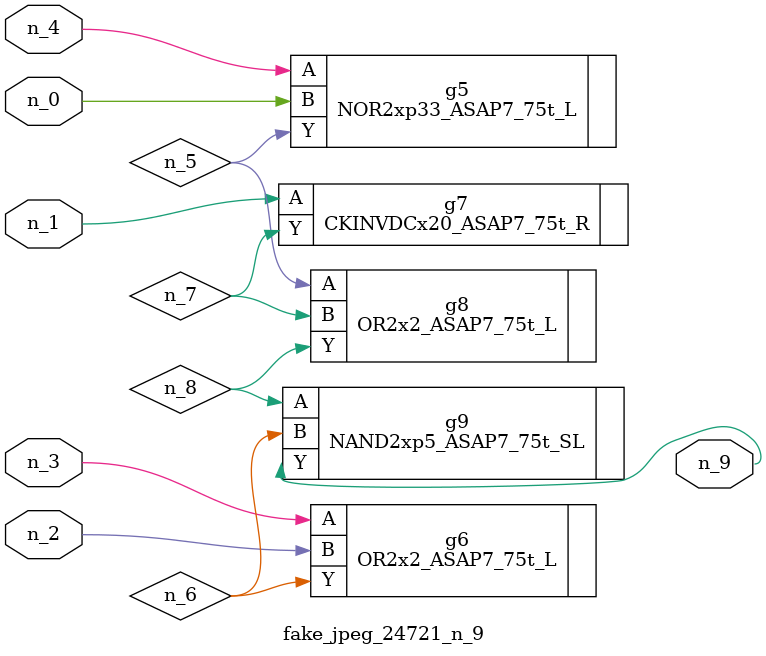
<source format=v>
module fake_jpeg_24721_n_9 (n_3, n_2, n_1, n_0, n_4, n_9);

input n_3;
input n_2;
input n_1;
input n_0;
input n_4;

output n_9;

wire n_8;
wire n_6;
wire n_5;
wire n_7;

NOR2xp33_ASAP7_75t_L g5 ( 
.A(n_4),
.B(n_0),
.Y(n_5)
);

OR2x2_ASAP7_75t_L g6 ( 
.A(n_3),
.B(n_2),
.Y(n_6)
);

CKINVDCx20_ASAP7_75t_R g7 ( 
.A(n_1),
.Y(n_7)
);

OR2x2_ASAP7_75t_L g8 ( 
.A(n_5),
.B(n_7),
.Y(n_8)
);

NAND2xp5_ASAP7_75t_SL g9 ( 
.A(n_8),
.B(n_6),
.Y(n_9)
);


endmodule
</source>
